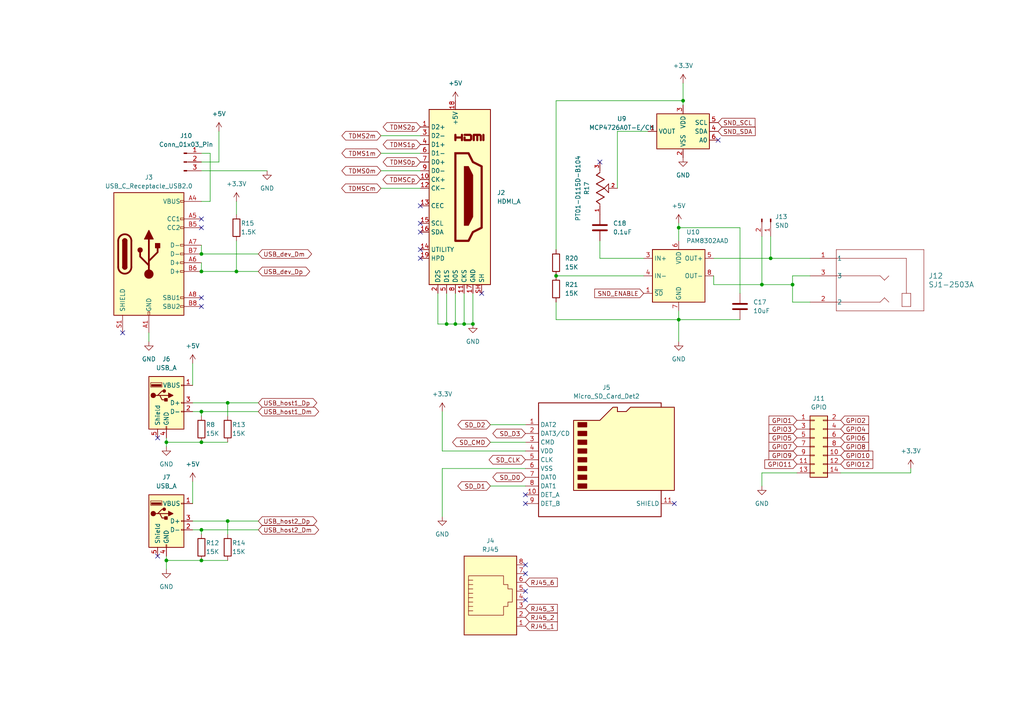
<source format=kicad_sch>
(kicad_sch (version 20230121) (generator eeschema)
  (paper "A4")
  (lib_symbols
    (symbol "Amplifier_Audio:PAM8302AAD"
      (property "Reference" "U" (at 7.62 11.43 0))
      (property "Value" "PAM8302AAD" (at 7.62 8.89 0))
      (symbol "PAM8302AAD_0_1"
        (rectangle (start -7.62 7.62) (end 7.62 -7.62) (stroke (width 0.254)) (fill (type background)))
      )
      (symbol "PAM8302AAD_1_1"
        (pin input line (at -10.16 -5.08 0) (length 2.54) (name "~{SD}") (number "1"))
        (pin no_connect line (at 7.62 -5.08 180) (length 2.54) hide (name "NC") (number "2"))
        (pin input line (at -10.16 5.08 0) (length 2.54) (name "IN+") (number "3"))
        (pin input line (at -10.16 0 0) (length 2.54) (name "IN-") (number "4"))
        (pin output line (at 10.16 5.08 180) (length 2.54) (name "OUT+") (number "5"))
        (pin power_in line (at 0 10.16 270) (length 2.54) (name "VDD") (number "6"))
        (pin power_in line (at 0 -10.16 90) (length 2.54) (name "GND") (number "7"))
        (pin output line (at 10.16 0 180) (length 2.54) (name "OUT-") (number "8"))
      )
    )
    (symbol "Analog_DAC:MCP4725xxx-xCH"
      (property "Reference" "U" (at -6.35 6.35 0))
      (property "Value" "MCP4725xxx-xCH" (at 8.89 6.35 0))
      (symbol "MCP4725xxx-xCH_0_1"
        (rectangle (start -7.62 5.08) (end 7.62 -5.08) (stroke (width 0.254)) (fill (type background)))
      )
      (symbol "MCP4725xxx-xCH_1_1"
        (pin output line (at 10.16 0 180) (length 2.54) (name "VOUT") (number "1"))
        (pin power_in line (at 0 -7.62 90) (length 2.54) (name "VSS") (number "2"))
        (pin power_in line (at 0 7.62 270) (length 2.54) (name "VDD") (number "3"))
        (pin bidirectional line (at -10.16 0 0) (length 2.54) (name "SDA") (number "4"))
        (pin input line (at -10.16 2.54 0) (length 2.54) (name "SCL") (number "5"))
        (pin input line (at -10.16 -2.54 0) (length 2.54) (name "A0") (number "6"))
      )
    )
    (symbol "Connector:Conn_01x02_Pin" (pin_names (offset 1.016) hide)
      (property "Reference" "J" (at 0 2.54 0))
      (property "Value" "Conn_01x02_Pin" (at 0 -5.08 0))
      (symbol "Conn_01x02_Pin_1_1"
        (polyline (pts (xy 1.27 -2.54) (xy 0.8636 -2.54)) (stroke (width 0.1524)))
        (polyline (pts (xy 1.27 0) (xy 0.8636 0)) (stroke (width 0.1524)))
        (rectangle (start 0.8636 -2.413) (end 0 -2.667) (stroke (width 0.1524)) (fill (type outline)))
        (rectangle (start 0.8636 0.127) (end 0 -0.127) (stroke (width 0.1524)) (fill (type outline)))
        (pin passive line (at 5.08 0 180) (length 3.81) (name "Pin_1") (number "1"))
        (pin passive line (at 5.08 -2.54 180) (length 3.81) (name "Pin_2") (number "2"))
      )
    )
    (symbol "Connector:Conn_01x03_Pin" (pin_names (offset 1.016) hide)
      (property "Reference" "J" (at 0 5.08 0))
      (property "Value" "Conn_01x03_Pin" (at 0 -5.08 0))
      (symbol "Conn_01x03_Pin_1_1"
        (polyline (pts (xy 1.27 -2.54) (xy 0.8636 -2.54)) (stroke (width 0.1524)))
        (polyline (pts (xy 1.27 0) (xy 0.8636 0)) (stroke (width 0.1524)))
        (polyline (pts (xy 1.27 2.54) (xy 0.8636 2.54)) (stroke (width 0.1524)))
        (rectangle (start 0.8636 -2.413) (end 0 -2.667) (stroke (width 0.1524)) (fill (type outline)))
        (rectangle (start 0.8636 0.127) (end 0 -0.127) (stroke (width 0.1524)) (fill (type outline)))
        (rectangle (start 0.8636 2.667) (end 0 2.413) (stroke (width 0.1524)) (fill (type outline)))
        (pin passive line (at 5.08 2.54 180) (length 3.81) (name "Pin_1") (number "1"))
        (pin passive line (at 5.08 0 180) (length 3.81) (name "Pin_2") (number "2"))
        (pin passive line (at 5.08 -2.54 180) (length 3.81) (name "Pin_3") (number "3"))
      )
    )
    (symbol "Connector:HDMI_A"
      (property "Reference" "J" (at -6.35 26.67 0))
      (property "Value" "HDMI_A" (at 10.16 26.67 0))
      (symbol "HDMI_A_0_0"
        (polyline (pts (xy 8.128 16.51) (xy 8.128 18.034)) (stroke (width 0.635)))
        (polyline (pts (xy 0 16.51) (xy 0 18.034) (xy 0 17.272) (xy 1.905 17.272) (xy 1.905 18.034) (xy 1.905 16.51)) (stroke (width 0.635)))
        (polyline (pts (xy 2.667 18.034) (xy 4.318 18.034) (xy 4.572 17.78) (xy 4.572 16.764) (xy 4.318 16.51) (xy 2.667 16.51) (xy 2.667 17.272)) (stroke (width 0.635)))
      )
      (symbol "HDMI_A_0_1"
        (rectangle (start -7.62 25.4) (end 10.16 -25.4) (stroke (width 0.254)) (fill (type background)))
        (polyline (pts (xy 2.54 8.89) (xy 3.81 8.89) (xy 5.08 6.35) (xy 5.08 -5.715) (xy 3.81 -8.255) (xy 2.54 -8.255) (xy 2.54 8.89)) (fill (type outline)))
        (polyline (pts (xy 5.334 16.51) (xy 5.334 18.034) (xy 6.35 18.034) (xy 6.35 16.51) (xy 6.35 18.034) (xy 7.112 18.034) (xy 7.366 17.78) (xy 7.366 16.51)) (stroke (width 0.635)))
        (polyline (pts (xy 0 12.7) (xy 0 -12.7) (xy 3.81 -12.7) (xy 5.08 -10.16) (xy 7.62 -8.89) (xy 7.62 8.89) (xy 5.08 10.16) (xy 3.81 12.7) (xy 0 12.7)) (stroke (width 0.635)))
      )
      (symbol "HDMI_A_1_1"
        (pin passive line (at -10.16 20.32 0) (length 2.54) (name "D2+") (number "1"))
        (pin passive line (at -10.16 5.08 0) (length 2.54) (name "CK+") (number "10"))
        (pin power_in line (at 2.54 -27.94 90) (length 2.54) (name "CKS") (number "11"))
        (pin passive line (at -10.16 2.54 0) (length 2.54) (name "CK-") (number "12"))
        (pin bidirectional line (at -10.16 -2.54 0) (length 2.54) (name "CEC") (number "13"))
        (pin passive line (at -10.16 -15.24 0) (length 2.54) (name "UTILITY") (number "14"))
        (pin passive line (at -10.16 -7.62 0) (length 2.54) (name "SCL") (number "15"))
        (pin bidirectional line (at -10.16 -10.16 0) (length 2.54) (name "SDA") (number "16"))
        (pin power_in line (at 5.08 -27.94 90) (length 2.54) (name "GND") (number "17"))
        (pin power_in line (at 0 27.94 270) (length 2.54) (name "+5V") (number "18"))
        (pin passive line (at -10.16 -17.78 0) (length 2.54) (name "HPD") (number "19"))
        (pin power_in line (at -5.08 -27.94 90) (length 2.54) (name "D2S") (number "2"))
        (pin passive line (at -10.16 17.78 0) (length 2.54) (name "D2-") (number "3"))
        (pin passive line (at -10.16 15.24 0) (length 2.54) (name "D1+") (number "4"))
        (pin power_in line (at -2.54 -27.94 90) (length 2.54) (name "D1S") (number "5"))
        (pin passive line (at -10.16 12.7 0) (length 2.54) (name "D1-") (number "6"))
        (pin passive line (at -10.16 10.16 0) (length 2.54) (name "D0+") (number "7"))
        (pin power_in line (at 0 -27.94 90) (length 2.54) (name "D0S") (number "8"))
        (pin passive line (at -10.16 7.62 0) (length 2.54) (name "D0-") (number "9"))
        (pin passive line (at 7.62 -27.94 90) (length 2.54) (name "SH") (number "SH"))
      )
    )
    (symbol "Connector:Micro_SD_Card_Det2"
      (property "Reference" "J" (at -16.51 17.78 0))
      (property "Value" "Micro_SD_Card_Det2" (at 16.51 17.78 0))
      (symbol "Micro_SD_Card_Det2_0_1"
        (rectangle (start -7.62 -6.985) (end -5.08 -8.255) (stroke (width 0.254)) (fill (type outline)))
        (rectangle (start -7.62 -4.445) (end -5.08 -5.715) (stroke (width 0.254)) (fill (type outline)))
        (rectangle (start -7.62 -1.905) (end -5.08 -3.175) (stroke (width 0.254)) (fill (type outline)))
        (rectangle (start -7.62 0.635) (end -5.08 -0.635) (stroke (width 0.254)) (fill (type outline)))
        (rectangle (start -7.62 3.175) (end -5.08 1.905) (stroke (width 0.254)) (fill (type outline)))
        (rectangle (start -7.62 5.715) (end -5.08 4.445) (stroke (width 0.254)) (fill (type outline)))
        (rectangle (start -7.62 8.255) (end -5.08 6.985) (stroke (width 0.254)) (fill (type outline)))
        (rectangle (start -7.62 10.795) (end -5.08 9.525) (stroke (width 0.254)) (fill (type outline)))
        (polyline (pts (xy 16.51 15.24) (xy 16.51 16.51) (xy -19.05 16.51) (xy -19.05 -16.51) (xy 16.51 -16.51) (xy 16.51 -8.89)) (stroke (width 0.254)))
        (polyline (pts (xy -8.89 -8.89) (xy -8.89 11.43) (xy -1.27 11.43) (xy 2.54 15.24) (xy 3.81 15.24) (xy 3.81 13.97) (xy 6.35 13.97) (xy 7.62 15.24) (xy 20.32 15.24) (xy 20.32 -8.89) (xy -8.89 -8.89)) (stroke (width 0.254)) (fill (type background)))
      )
      (symbol "Micro_SD_Card_Det2_1_1"
        (pin bidirectional line (at -22.86 10.16 0) (length 3.81) (name "DAT2") (number "1"))
        (pin passive line (at -22.86 -10.16 0) (length 3.81) (name "DET_A") (number "10"))
        (pin passive line (at 20.32 -12.7 180) (length 3.81) (name "SHIELD") (number "11"))
        (pin bidirectional line (at -22.86 7.62 0) (length 3.81) (name "DAT3/CD") (number "2"))
        (pin input line (at -22.86 5.08 0) (length 3.81) (name "CMD") (number "3"))
        (pin power_in line (at -22.86 2.54 0) (length 3.81) (name "VDD") (number "4"))
        (pin input line (at -22.86 0 0) (length 3.81) (name "CLK") (number "5"))
        (pin power_in line (at -22.86 -2.54 0) (length 3.81) (name "VSS") (number "6"))
        (pin bidirectional line (at -22.86 -5.08 0) (length 3.81) (name "DAT0") (number "7"))
        (pin bidirectional line (at -22.86 -7.62 0) (length 3.81) (name "DAT1") (number "8"))
        (pin passive line (at -22.86 -12.7 0) (length 3.81) (name "DET_B") (number "9"))
      )
    )
    (symbol "Connector:RJ45" (pin_names (offset 1.016))
      (property "Reference" "J" (at -5.08 13.97 0))
      (property "Value" "RJ45" (at 2.54 13.97 0))
      (symbol "RJ45_0_1"
        (polyline (pts (xy -5.08 4.445) (xy -6.35 4.445)))
        (polyline (pts (xy -5.08 5.715) (xy -6.35 5.715)))
        (polyline (pts (xy -6.35 -3.175) (xy -5.08 -3.175) (xy -5.08 -3.175)))
        (polyline (pts (xy -6.35 -1.905) (xy -5.08 -1.905) (xy -5.08 -1.905)))
        (polyline (pts (xy -6.35 -0.635) (xy -5.08 -0.635) (xy -5.08 -0.635)))
        (polyline (pts (xy -6.35 0.635) (xy -5.08 0.635) (xy -5.08 0.635)))
        (polyline (pts (xy -6.35 1.905) (xy -5.08 1.905) (xy -5.08 1.905)))
        (polyline (pts (xy -5.08 3.175) (xy -6.35 3.175) (xy -6.35 3.175)))
        (polyline (pts (xy -6.35 -4.445) (xy -6.35 6.985) (xy 3.81 6.985) (xy 3.81 4.445) (xy 5.08 4.445) (xy 5.08 3.175) (xy 6.35 3.175) (xy 6.35 -0.635) (xy 5.08 -0.635) (xy 5.08 -1.905) (xy 3.81 -1.905) (xy 3.81 -4.445) (xy -6.35 -4.445) (xy -6.35 -4.445)))
        (rectangle (start 7.62 12.7) (end -7.62 -10.16) (stroke (width 0.254)) (fill (type background)))
      )
      (symbol "RJ45_1_1"
        (pin passive line (at 10.16 -7.62 180) (length 2.54) (name "~") (number "1"))
        (pin passive line (at 10.16 -5.08 180) (length 2.54) (name "~") (number "2"))
        (pin passive line (at 10.16 -2.54 180) (length 2.54) (name "~") (number "3"))
        (pin passive line (at 10.16 0 180) (length 2.54) (name "~") (number "4"))
        (pin passive line (at 10.16 2.54 180) (length 2.54) (name "~") (number "5"))
        (pin passive line (at 10.16 5.08 180) (length 2.54) (name "~") (number "6"))
        (pin passive line (at 10.16 7.62 180) (length 2.54) (name "~") (number "7"))
        (pin passive line (at 10.16 10.16 180) (length 2.54) (name "~") (number "8"))
      )
    )
    (symbol "Connector:USB_A" (pin_names (offset 1.016))
      (property "Reference" "J" (at -5.08 11.43 0))
      (property "Value" "USB_A" (at -5.08 8.89 0))
      (symbol "USB_A_0_1"
        (rectangle (start -5.08 -7.62) (end 5.08 7.62) (stroke (width 0.254)) (fill (type background)))
        (circle (center -3.81 2.159) (radius 0.635) (stroke (width 0.254)) (fill (type outline)))
        (rectangle (start -1.524 4.826) (end -4.318 5.334) (fill (type outline)))
        (rectangle (start -1.27 4.572) (end -4.572 5.842))
        (circle (center -0.635 3.429) (radius 0.381) (stroke (width 0.254)) (fill (type outline)))
        (rectangle (start -0.127 -7.62) (end 0.127 -6.858))
        (polyline (pts (xy -3.175 2.159) (xy -2.54 2.159) (xy -1.27 3.429) (xy -0.635 3.429)) (stroke (width 0.254)))
        (polyline (pts (xy -2.54 2.159) (xy -1.905 2.159) (xy -1.27 0.889) (xy 0 0.889)) (stroke (width 0.254)))
        (polyline (pts (xy 0.635 2.794) (xy 0.635 1.524) (xy 1.905 2.159) (xy 0.635 2.794)) (stroke (width 0.254)) (fill (type outline)))
        (rectangle (start 0.254 1.27) (end -0.508 0.508) (stroke (width 0.254)) (fill (type outline)))
        (rectangle (start 5.08 -2.667) (end 4.318 -2.413))
        (rectangle (start 5.08 -0.127) (end 4.318 0.127))
        (rectangle (start 5.08 4.953) (end 4.318 5.207))
      )
      (symbol "USB_A_1_1"
        (polyline (pts (xy -1.905 2.159) (xy 0.635 2.159)) (stroke (width 0.254)))
        (pin power_in line (at 7.62 5.08 180) (length 2.54) (name "VBUS") (number "1"))
        (pin bidirectional line (at 7.62 -2.54 180) (length 2.54) (name "D-") (number "2"))
        (pin bidirectional line (at 7.62 0 180) (length 2.54) (name "D+") (number "3"))
        (pin power_in line (at 0 -10.16 90) (length 2.54) (name "GND") (number "4"))
        (pin passive line (at -2.54 -10.16 90) (length 2.54) (name "Shield") (number "5"))
      )
    )
    (symbol "Connector:USB_C_Receptacle_USB2.0" (pin_names (offset 1.016))
      (property "Reference" "J3" (at 0 22.225 0))
      (property "Value" "USB_C_Receptacle_USB2.0" (at 0 19.685 0))
      (symbol "USB_C_Receptacle_USB2.0_0_0"
        (rectangle (start -0.254 -17.78) (end 0.254 -16.764))
        (rectangle (start 10.16 -14.986) (end 9.144 -15.494))
        (rectangle (start 10.16 -12.446) (end 9.144 -12.954))
        (rectangle (start 10.16 -4.826) (end 9.144 -5.334))
        (rectangle (start 10.16 -2.286) (end 9.144 -2.794))
        (rectangle (start 10.16 0.254) (end 9.144 -0.254))
        (rectangle (start 10.16 2.794) (end 9.144 2.286))
        (rectangle (start 10.16 7.874) (end 9.144 7.366))
        (rectangle (start 10.16 10.414) (end 9.144 9.906))
        (rectangle (start 10.16 15.494) (end 9.144 14.986))
      )
      (symbol "USB_C_Receptacle_USB2.0_0_1"
        (rectangle (start -10.16 17.78) (end 10.16 -17.78) (stroke (width 0.254)) (fill (type background)))
        (arc (start -8.89 -3.81) (mid -6.985 -5.7067) (end -5.08 -3.81) (stroke (width 0.508)))
        (arc (start -7.62 -3.81) (mid -6.985 -4.4423) (end -6.35 -3.81) (stroke (width 0.254)))
        (arc (start -7.62 -3.81) (mid -6.985 -4.4423) (end -6.35 -3.81) (stroke (width 0.254)) (fill (type outline)))
        (rectangle (start -7.62 -3.81) (end -6.35 3.81) (stroke (width 0.254)) (fill (type outline)))
        (arc (start -6.35 3.81) (mid -6.985 4.4423) (end -7.62 3.81) (stroke (width 0.254)))
        (arc (start -6.35 3.81) (mid -6.985 4.4423) (end -7.62 3.81) (stroke (width 0.254)) (fill (type outline)))
        (arc (start -5.08 3.81) (mid -6.985 5.7067) (end -8.89 3.81) (stroke (width 0.508)))
        (circle (center -2.54 1.143) (radius 0.635) (stroke (width 0.254)) (fill (type outline)))
        (circle (center 0 -5.842) (radius 1.27) (fill (type outline)))
        (polyline (pts (xy -8.89 -3.81) (xy -8.89 3.81)) (stroke (width 0.508)))
        (polyline (pts (xy -5.08 3.81) (xy -5.08 -3.81)) (stroke (width 0.508)))
        (polyline (pts (xy 0 -5.842) (xy 0 4.318)) (stroke (width 0.508)))
        (polyline (pts (xy 0 -3.302) (xy -2.54 -0.762) (xy -2.54 0.508)) (stroke (width 0.508)))
        (polyline (pts (xy 0 -2.032) (xy 2.54 0.508) (xy 2.54 1.778)) (stroke (width 0.508)))
        (polyline (pts (xy -1.27 4.318) (xy 0 6.858) (xy 1.27 4.318) (xy -1.27 4.318)) (stroke (width 0.254)) (fill (type outline)))
        (rectangle (start 1.905 1.778) (end 3.175 3.048) (stroke (width 0.254)) (fill (type outline)))
      )
      (symbol "USB_C_Receptacle_USB2.0_1_1"
        (pin passive line (at 0 -22.86 90) (length 5.08) (name "GND") (number "A1"))
        (pin passive line (at 0 -22.86 90) (length 5.08) hide (name "GND") (number "A12"))
        (pin passive line (at 15.24 15.24 180) (length 5.08) (name "VBUS") (number "A4"))
        (pin bidirectional line (at 15.24 10.16 180) (length 5.08) (name "CC1") (number "A5"))
        (pin bidirectional line (at 15.24 -2.54 180) (length 5.08) (name "D+") (number "A6"))
        (pin bidirectional line (at 15.24 2.54 180) (length 5.08) (name "D-") (number "A7"))
        (pin bidirectional line (at 15.24 -12.7 180) (length 5.08) (name "SBU1") (number "A8"))
        (pin passive line (at 15.24 15.24 180) (length 5.08) hide (name "VBUS") (number "A9"))
        (pin passive line (at 0 -22.86 90) (length 5.08) hide (name "GND") (number "B1"))
        (pin passive line (at 0 -22.86 90) (length 5.08) hide (name "GND") (number "B12"))
        (pin passive line (at 15.24 15.24 180) (length 5.08) hide (name "VBUS") (number "B4"))
        (pin bidirectional line (at 15.24 7.62 180) (length 5.08) (name "CC2") (number "B5"))
        (pin bidirectional line (at 15.24 -5.08 180) (length 5.08) (name "D+") (number "B6"))
        (pin bidirectional line (at 15.24 0 180) (length 5.08) (name "D-") (number "B7"))
        (pin bidirectional line (at 15.24 -15.24 180) (length 5.08) (name "SBU2") (number "B8"))
        (pin passive line (at 15.24 15.24 180) (length 5.08) hide (name "VBUS") (number "B9"))
        (pin passive line (at -7.62 -22.86 90) (length 5.08) (name "SHIELD") (number "S1"))
      )
    )
    (symbol "Connector_Generic:Conn_02x07_Odd_Even" (pin_names (offset 1.016) hide)
      (property "Reference" "J" (at 1.27 10.16 0))
      (property "Value" "Conn_02x07_Odd_Even" (at 1.27 -10.16 0))
      (symbol "Conn_02x07_Odd_Even_1_1"
        (rectangle (start -1.27 -7.493) (end 0 -7.747) (stroke (width 0.1524)))
        (rectangle (start -1.27 -4.953) (end 0 -5.207) (stroke (width 0.1524)))
        (rectangle (start -1.27 -2.413) (end 0 -2.667) (stroke (width 0.1524)))
        (rectangle (start -1.27 0.127) (end 0 -0.127) (stroke (width 0.1524)))
        (rectangle (start -1.27 2.667) (end 0 2.413) (stroke (width 0.1524)))
        (rectangle (start -1.27 5.207) (end 0 4.953) (stroke (width 0.1524)))
        (rectangle (start -1.27 7.747) (end 0 7.493) (stroke (width 0.1524)))
        (rectangle (start -1.27 8.89) (end 3.81 -8.89) (stroke (width 0.254)) (fill (type background)))
        (rectangle (start 3.81 -7.493) (end 2.54 -7.747) (stroke (width 0.1524)))
        (rectangle (start 3.81 -4.953) (end 2.54 -5.207) (stroke (width 0.1524)))
        (rectangle (start 3.81 -2.413) (end 2.54 -2.667) (stroke (width 0.1524)))
        (rectangle (start 3.81 0.127) (end 2.54 -0.127) (stroke (width 0.1524)))
        (rectangle (start 3.81 2.667) (end 2.54 2.413) (stroke (width 0.1524)))
        (rectangle (start 3.81 5.207) (end 2.54 4.953) (stroke (width 0.1524)))
        (rectangle (start 3.81 7.747) (end 2.54 7.493) (stroke (width 0.1524)))
        (pin passive line (at -5.08 7.62 0) (length 3.81) (name "Pin_1") (number "1"))
        (pin passive line (at 7.62 -2.54 180) (length 3.81) (name "Pin_10") (number "10"))
        (pin passive line (at -5.08 -5.08 0) (length 3.81) (name "Pin_11") (number "11"))
        (pin passive line (at 7.62 -5.08 180) (length 3.81) (name "Pin_12") (number "12"))
        (pin passive line (at -5.08 -7.62 0) (length 3.81) (name "Pin_13") (number "13"))
        (pin passive line (at 7.62 -7.62 180) (length 3.81) (name "Pin_14") (number "14"))
        (pin passive line (at 7.62 7.62 180) (length 3.81) (name "Pin_2") (number "2"))
        (pin passive line (at -5.08 5.08 0) (length 3.81) (name "Pin_3") (number "3"))
        (pin passive line (at 7.62 5.08 180) (length 3.81) (name "Pin_4") (number "4"))
        (pin passive line (at -5.08 2.54 0) (length 3.81) (name "Pin_5") (number "5"))
        (pin passive line (at 7.62 2.54 180) (length 3.81) (name "Pin_6") (number "6"))
        (pin passive line (at -5.08 0 0) (length 3.81) (name "Pin_7") (number "7"))
        (pin passive line (at 7.62 0 180) (length 3.81) (name "Pin_8") (number "8"))
        (pin passive line (at -5.08 -2.54 0) (length 3.81) (name "Pin_9") (number "9"))
      )
    )
    (symbol "Device:C" (pin_numbers hide) (pin_names (offset 0.254))
      (property "Reference" "C" (at 0.635 2.54 0))
      (property "Value" "C" (at 0.635 -2.54 0))
      (symbol "C_0_1"
        (polyline (pts (xy -2.032 -0.762) (xy 2.032 -0.762)) (stroke (width 0.508)))
        (polyline (pts (xy -2.032 0.762) (xy 2.032 0.762)) (stroke (width 0.508)))
      )
      (symbol "C_1_1"
        (pin passive line (at 0 3.81 270) (length 2.794) (name "~") (number "1"))
        (pin passive line (at 0 -3.81 90) (length 2.794) (name "~") (number "2"))
      )
    )
    (symbol "Device:R" (pin_numbers hide) (pin_names (offset 0))
      (property "Reference" "R" (at 2.032 0 90))
      (property "Value" "R" (at 0 0 90))
      (symbol "R_0_1"
        (rectangle (start -1.016 -2.54) (end 1.016 2.54) (stroke (width 0.254)))
      )
      (symbol "R_1_1"
        (pin passive line (at 0 3.81 270) (length 1.27) (name "~") (number "1"))
        (pin passive line (at 0 -3.81 90) (length 1.27) (name "~") (number "2"))
      )
    )
    (symbol "engeavour:PT01-D115D-B104" (pin_names (offset 1.016))
      (property "Reference" "R17" (at 0 -3.81 0))
      (property "Value" "PT01-D115D-B104" (at 0 -6.35 0))
      (symbol "PT01-D115D-B104_0_0"
        (polyline (pts (xy -4.572 0) (xy -5.08 0)) (stroke (width 0.1524)))
        (polyline (pts (xy -3.81 -1.016) (xy -4.572 0)) (stroke (width 0.254)))
        (polyline (pts (xy -2.54 1.27) (xy -3.81 -1.016)) (stroke (width 0.254)))
        (polyline (pts (xy -1.27 -1.016) (xy -2.54 1.27)) (stroke (width 0.254)))
        (polyline (pts (xy -1.27 2.54) (xy 1.27 2.54)) (stroke (width 0.2032)))
        (polyline (pts (xy 0 1.27) (xy -1.27 -1.016)) (stroke (width 0.254)))
        (polyline (pts (xy 0 1.27) (xy -1.27 2.54)) (stroke (width 0.2032)))
        (polyline (pts (xy 1.27 -1.016) (xy 0 1.27)) (stroke (width 0.254)))
        (polyline (pts (xy 1.27 2.54) (xy 0 1.27)) (stroke (width 0.2032)))
        (polyline (pts (xy 2.54 1.27) (xy 1.27 -1.016)) (stroke (width 0.254)))
        (polyline (pts (xy 3.81 -1.016) (xy 2.54 1.27)) (stroke (width 0.254)))
        (polyline (pts (xy 4.572 0) (xy 3.81 -1.016)) (stroke (width 0.254)))
        (polyline (pts (xy 5.08 0) (xy 4.572 0)) (stroke (width 0.1524)))
        (pin passive line (at -7.62 0 0) (length 2.54) (name "~") (number "1"))
        (pin passive line (at 0 5.08 270) (length 2.54) (name "~") (number "2"))
        (pin passive line (at 7.62 0 180) (length 2.54) (name "~") (number "3"))
      )
    )
    (symbol "engeavour:SJ-2523-SMT-TR" (pin_names (offset 0.254))
      (property "Reference" "J" (at 20.32 7.62 0))
      (property "Value" "SJ-2523-SMT-TR" (at 20.32 5.08 0))
      (symbol "SJ-2523-SMT-TR_0_1"
        (polyline (pts (xy 7.62 -15.24) (xy 33.02 -15.24)) (stroke (width 0.127)))
        (polyline (pts (xy 7.62 -12.7) (xy 20.32 -12.7)) (stroke (width 0.127)))
        (polyline (pts (xy 7.62 -5.08) (xy 20.32 -5.08)) (stroke (width 0.127)))
        (polyline (pts (xy 7.62 0) (xy 27.94 0)) (stroke (width 0.127)))
        (polyline (pts (xy 7.62 2.54) (xy 7.62 -15.24)) (stroke (width 0.127)))
        (polyline (pts (xy 20.32 -12.7) (xy 21.59 -11.43)) (stroke (width 0.127)))
        (polyline (pts (xy 20.32 -5.08) (xy 21.59 -6.35)) (stroke (width 0.127)))
        (polyline (pts (xy 21.59 -11.43) (xy 22.86 -12.7)) (stroke (width 0.127)))
        (polyline (pts (xy 21.59 -6.35) (xy 22.86 -5.08)) (stroke (width 0.127)))
        (polyline (pts (xy 26.67 -10.16) (xy 26.67 -13.97)) (stroke (width 0.127)))
        (polyline (pts (xy 27.94 0) (xy 27.94 -10.16)) (stroke (width 0.127)))
        (polyline (pts (xy 29.21 -13.97) (xy 26.67 -13.97)) (stroke (width 0.127)))
        (polyline (pts (xy 29.21 -10.16) (xy 26.67 -10.16)) (stroke (width 0.127)))
        (polyline (pts (xy 29.21 -10.16) (xy 29.21 -13.97)) (stroke (width 0.127)))
        (polyline (pts (xy 33.02 -15.24) (xy 33.02 2.54)) (stroke (width 0.127)))
        (polyline (pts (xy 33.02 2.54) (xy 7.62 2.54)) (stroke (width 0.127)))
        (pin unspecified line (at 0 0 0) (length 7.62) (name "1") (number "1"))
        (pin unspecified line (at 0 -12.7 0) (length 7.62) (name "2") (number "2"))
        (pin unspecified line (at 0 -5.08 0) (length 7.62) (name "3") (number "3"))
      )
    )
    (symbol "power:+3.3V" (power) (pin_names (offset 0))
      (property "Value" "+3.3V" (at 0 3.556 0))
      (symbol "+3.3V_0_1"
        (polyline (pts (xy -0.762 1.27) (xy 0 2.54)))
        (polyline (pts (xy 0 0) (xy 0 2.54)))
        (polyline (pts (xy 0 2.54) (xy 0.762 1.27)))
      )
      (symbol "+3.3V_1_1"
        (pin power_in line (at 0 0 90) (length 0) hide (name "+3.3V") (number "1"))
      )
    )
    (symbol "power:+5V" (power) (pin_names (offset 0))
      (property "Value" "+5V" (at 0 3.556 0))
      (symbol "+5V_0_1"
        (polyline (pts (xy -0.762 1.27) (xy 0 2.54)))
        (polyline (pts (xy 0 0) (xy 0 2.54)))
        (polyline (pts (xy 0 2.54) (xy 0.762 1.27)))
      )
      (symbol "+5V_1_1"
        (pin power_in line (at 0 0 90) (length 0) hide (name "+5V") (number "1"))
      )
    )
    (symbol "power:GND" (power) (pin_names (offset 0))
      (property "Value" "GND" (at 0 -3.81 0))
      (symbol "GND_0_1"
        (polyline (pts (xy 0 0) (xy 0 -1.27) (xy 1.27 -1.27) (xy 0 -2.54) (xy -1.27 -1.27) (xy 0 -1.27)))
      )
      (symbol "GND_1_1"
        (pin power_in line (at 0 0 270) (length 0) hide (name "GND") (number "1"))
      )
    )
  )
  (junction (at 58.42 153.67))
  (junction (at 196.85 66.04))
  (junction (at 198.12 29.21))
  (junction (at 220.98 82.55))
  (junction (at 58.42 162.56))
  (junction (at 58.42 73.66))
  (junction (at 58.42 119.38))
  (junction (at 66.04 116.84))
  (junction (at 132.08 93.98))
  (junction (at 48.26 128.27))
  (junction (at 161.29 80.01))
  (junction (at 129.54 93.98))
  (junction (at 196.85 92.71))
  (junction (at 68.58 78.74))
  (junction (at 229.87 82.55))
  (junction (at 134.62 93.98))
  (junction (at 223.52 74.93))
  (junction (at 66.04 151.13))
  (junction (at 58.42 78.74))
  (junction (at 58.42 128.27))
  (junction (at 137.16 93.98))
  (junction (at 48.26 162.56))
  (no_connect (at 152.4 163.83))
  (no_connect (at 121.92 64.77))
  (no_connect (at 152.4 143.51))
  (no_connect (at 152.4 171.45))
  (no_connect (at 121.92 72.39))
  (no_connect (at 45.72 127))
  (no_connect (at 152.4 173.99))
  (no_connect (at 121.92 67.31))
  (no_connect (at 195.58 146.05))
  (no_connect (at 139.7 85.09))
  (no_connect (at 58.42 66.04))
  (no_connect (at 35.56 96.52))
  (no_connect (at 121.92 74.93))
  (no_connect (at 152.4 166.37))
  (no_connect (at 121.92 59.69))
  (no_connect (at 45.72 161.29))
  (no_connect (at 58.42 86.36))
  (no_connect (at 58.42 63.5))
  (no_connect (at 58.42 88.9))
  (no_connect (at 173.99 46.99))
  (no_connect (at 208.28 40.64))
  (no_connect (at 152.4 146.05))
  (wire (pts (xy 43.18 96.52) (xy 43.18 99.06)))
  (wire (pts (xy 137.16 85.09) (xy 137.16 93.98)))
  (wire (pts (xy 234.95 80.01) (xy 229.87 80.01)))
  (wire (pts (xy 66.04 116.84) (xy 74.93 116.84)))
  (wire (pts (xy 207.01 80.01) (xy 207.01 82.55)))
  (wire (pts (xy 128.27 135.89) (xy 152.4 135.89)))
  (wire (pts (xy 214.63 66.04) (xy 196.85 66.04)))
  (wire (pts (xy 127 85.09) (xy 127 93.98)))
  (wire (pts (xy 229.87 82.55) (xy 220.98 82.55)))
  (wire (pts (xy 214.63 85.09) (xy 214.63 66.04)))
  (wire (pts (xy 220.98 137.16) (xy 231.14 137.16)))
  (wire (pts (xy 68.58 78.74) (xy 74.93 78.74)))
  (wire (pts (xy 48.26 128.27) (xy 58.42 128.27)))
  (wire (pts (xy 229.87 87.63) (xy 229.87 82.55)))
  (wire (pts (xy 110.49 44.45) (xy 121.92 44.45)))
  (wire (pts (xy 58.42 73.66) (xy 74.93 73.66)))
  (wire (pts (xy 110.49 49.53) (xy 121.92 49.53)))
  (wire (pts (xy 234.95 87.63) (xy 229.87 87.63)))
  (wire (pts (xy 110.49 39.37) (xy 121.92 39.37)))
  (wire (pts (xy 55.88 105.41) (xy 55.88 111.76)))
  (wire (pts (xy 129.54 85.09) (xy 129.54 93.98)))
  (wire (pts (xy 58.42 153.67) (xy 74.93 153.67)))
  (wire (pts (xy 198.12 29.21) (xy 198.12 30.48)))
  (wire (pts (xy 161.29 72.39) (xy 161.29 29.21)))
  (wire (pts (xy 196.85 90.17) (xy 196.85 92.71)))
  (wire (pts (xy 58.42 76.2) (xy 58.42 78.74)))
  (wire (pts (xy 142.24 123.19) (xy 152.4 123.19)))
  (wire (pts (xy 58.42 119.38) (xy 55.88 119.38)))
  (wire (pts (xy 229.87 80.01) (xy 229.87 82.55)))
  (wire (pts (xy 68.58 69.85) (xy 68.58 78.74)))
  (wire (pts (xy 58.42 44.45) (xy 60.96 44.45)))
  (wire (pts (xy 48.26 161.29) (xy 48.26 162.56)))
  (wire (pts (xy 68.58 58.42) (xy 68.58 62.23)))
  (wire (pts (xy 58.42 119.38) (xy 74.93 119.38)))
  (wire (pts (xy 207.01 82.55) (xy 220.98 82.55)))
  (wire (pts (xy 161.29 29.21) (xy 198.12 29.21)))
  (wire (pts (xy 134.62 85.09) (xy 134.62 93.98)))
  (wire (pts (xy 196.85 92.71) (xy 196.85 99.06)))
  (wire (pts (xy 179.07 38.1) (xy 179.07 54.61)))
  (wire (pts (xy 196.85 64.77) (xy 196.85 66.04)))
  (wire (pts (xy 132.08 85.09) (xy 132.08 93.98)))
  (wire (pts (xy 48.26 162.56) (xy 58.42 162.56)))
  (wire (pts (xy 66.04 116.84) (xy 55.88 116.84)))
  (wire (pts (xy 264.16 135.89) (xy 264.16 137.16)))
  (wire (pts (xy 161.29 87.63) (xy 161.29 92.71)))
  (wire (pts (xy 187.96 38.1) (xy 179.07 38.1)))
  (wire (pts (xy 134.62 93.98) (xy 137.16 93.98)))
  (wire (pts (xy 214.63 92.71) (xy 196.85 92.71)))
  (wire (pts (xy 128.27 119.38) (xy 128.27 130.81)))
  (wire (pts (xy 110.49 54.61) (xy 121.92 54.61)))
  (wire (pts (xy 48.26 162.56) (xy 48.26 165.1)))
  (wire (pts (xy 58.42 58.42) (xy 60.96 58.42)))
  (wire (pts (xy 66.04 154.94) (xy 66.04 151.13)))
  (wire (pts (xy 207.01 74.93) (xy 223.52 74.93)))
  (wire (pts (xy 58.42 120.65) (xy 58.42 119.38)))
  (wire (pts (xy 66.04 151.13) (xy 55.88 151.13)))
  (wire (pts (xy 60.96 44.45) (xy 60.96 58.42)))
  (wire (pts (xy 173.99 74.93) (xy 186.69 74.93)))
  (wire (pts (xy 173.99 69.85) (xy 173.99 74.93)))
  (wire (pts (xy 128.27 149.86) (xy 128.27 135.89)))
  (wire (pts (xy 63.5 46.99) (xy 63.5 38.1)))
  (wire (pts (xy 161.29 92.71) (xy 196.85 92.71)))
  (wire (pts (xy 161.29 80.01) (xy 186.69 80.01)))
  (wire (pts (xy 198.12 24.13) (xy 198.12 29.21)))
  (wire (pts (xy 220.98 68.58) (xy 220.98 82.55)))
  (wire (pts (xy 142.24 128.27) (xy 152.4 128.27)))
  (wire (pts (xy 58.42 46.99) (xy 63.5 46.99)))
  (wire (pts (xy 58.42 128.27) (xy 66.04 128.27)))
  (wire (pts (xy 127 93.98) (xy 129.54 93.98)))
  (wire (pts (xy 58.42 49.53) (xy 77.47 49.53)))
  (wire (pts (xy 223.52 74.93) (xy 234.95 74.93)))
  (wire (pts (xy 220.98 140.97) (xy 220.98 137.16)))
  (wire (pts (xy 128.27 130.81) (xy 152.4 130.81)))
  (wire (pts (xy 48.26 128.27) (xy 48.26 129.54)))
  (wire (pts (xy 129.54 93.98) (xy 132.08 93.98)))
  (wire (pts (xy 58.42 162.56) (xy 66.04 162.56)))
  (wire (pts (xy 66.04 120.65) (xy 66.04 116.84)))
  (wire (pts (xy 132.08 93.98) (xy 134.62 93.98)))
  (wire (pts (xy 58.42 154.94) (xy 58.42 153.67)))
  (wire (pts (xy 58.42 153.67) (xy 55.88 153.67)))
  (wire (pts (xy 223.52 68.58) (xy 223.52 74.93)))
  (wire (pts (xy 142.24 140.97) (xy 152.4 140.97)))
  (wire (pts (xy 58.42 78.74) (xy 68.58 78.74)))
  (wire (pts (xy 58.42 71.12) (xy 58.42 73.66)))
  (wire (pts (xy 264.16 137.16) (xy 243.84 137.16)))
  (wire (pts (xy 55.88 139.7) (xy 55.88 146.05)))
  (wire (pts (xy 66.04 151.13) (xy 74.93 151.13)))
  (wire (pts (xy 48.26 127) (xy 48.26 128.27)))
  (wire (pts (xy 196.85 66.04) (xy 196.85 69.85)))
  (global_label "USB_host2_Dm" (shape bidirectional) (at 74.93 153.67 0) (property "Intersheetrefs" "${INTERSHEET_REFS}" (effects hide)))
  (global_label "SD_CMD" (shape bidirectional) (at 142.24 128.27 180) (property "Intersheetrefs" "${INTERSHEET_REFS}" (effects hide)))
  (global_label "SND_SCL" (shape input) (at 208.28 35.56 0) (property "Intersheetrefs" "${INTERSHEET_REFS}" (effects hide)))
  (global_label "TDMS0m" (shape bidirectional) (at 110.49 49.53 180) (property "Intersheetrefs" "${INTERSHEET_REFS}" (effects hide)))
  (global_label "SND_ENABLE" (shape input) (at 186.69 85.09 180) (property "Intersheetrefs" "${INTERSHEET_REFS}" (effects hide)))
  (global_label "GPIO4" (shape input) (at 243.84 124.46 0) (property "Intersheetrefs" "${INTERSHEET_REFS}" (effects hide)))
  (global_label "USB_host2_Dp" (shape bidirectional) (at 74.93 151.13 0) (property "Intersheetrefs" "${INTERSHEET_REFS}" (effects hide)))
  (global_label "GPIO6" (shape input) (at 243.84 127 0) (property "Intersheetrefs" "${INTERSHEET_REFS}" (effects hide)))
  (global_label "TDMS2p" (shape bidirectional) (at 121.92 36.83 180) (property "Intersheetrefs" "${INTERSHEET_REFS}" (effects hide)))
  (global_label "GPIO1" (shape input) (at 231.14 121.92 180) (property "Intersheetrefs" "${INTERSHEET_REFS}" (effects hide)))
  (global_label "TDMS1p" (shape bidirectional) (at 121.92 41.91 180) (property "Intersheetrefs" "${INTERSHEET_REFS}" (effects hide)))
  (global_label "SD_CLK" (shape bidirectional) (at 152.4 133.35 180) (property "Intersheetrefs" "${INTERSHEET_REFS}" (effects hide)))
  (global_label "RJ45_1" (shape input) (at 152.4 181.61 0) (property "Intersheetrefs" "${INTERSHEET_REFS}" (effects hide)))
  (global_label "GPIO12" (shape input) (at 243.84 134.62 0) (property "Intersheetrefs" "${INTERSHEET_REFS}" (effects hide)))
  (global_label "RJ45_6" (shape input) (at 152.4 168.91 0) (property "Intersheetrefs" "${INTERSHEET_REFS}" (effects hide)))
  (global_label "TDMSCp" (shape bidirectional) (at 121.92 52.07 180) (property "Intersheetrefs" "${INTERSHEET_REFS}" (effects hide)))
  (global_label "GPIO11" (shape input) (at 231.14 134.62 180) (property "Intersheetrefs" "${INTERSHEET_REFS}" (effects hide)))
  (global_label "RJ45_2" (shape input) (at 152.4 179.07 0) (property "Intersheetrefs" "${INTERSHEET_REFS}" (effects hide)))
  (global_label "TDMSCm" (shape bidirectional) (at 110.49 54.61 180) (property "Intersheetrefs" "${INTERSHEET_REFS}" (effects hide)))
  (global_label "SD_D1" (shape bidirectional) (at 142.24 140.97 180) (property "Intersheetrefs" "${INTERSHEET_REFS}" (effects hide)))
  (global_label "TDMS2m" (shape bidirectional) (at 110.49 39.37 180) (property "Intersheetrefs" "${INTERSHEET_REFS}" (effects hide)))
  (global_label "TDMS0p" (shape bidirectional) (at 121.92 46.99 180) (property "Intersheetrefs" "${INTERSHEET_REFS}" (effects hide)))
  (global_label "GPIO5" (shape input) (at 231.14 127 180) (property "Intersheetrefs" "${INTERSHEET_REFS}" (effects hide)))
  (global_label "SD_D0" (shape bidirectional) (at 152.4 138.43 180) (property "Intersheetrefs" "${INTERSHEET_REFS}" (effects hide)))
  (global_label "SD_D3" (shape bidirectional) (at 152.4 125.73 180) (property "Intersheetrefs" "${INTERSHEET_REFS}" (effects hide)))
  (global_label "GPIO3" (shape input) (at 231.14 124.46 180) (property "Intersheetrefs" "${INTERSHEET_REFS}" (effects hide)))
  (global_label "GPIO8" (shape input) (at 243.84 129.54 0) (property "Intersheetrefs" "${INTERSHEET_REFS}" (effects hide)))
  (global_label "TDMS1m" (shape bidirectional) (at 110.49 44.45 180) (property "Intersheetrefs" "${INTERSHEET_REFS}" (effects hide)))
  (global_label "USB_dev_Dp" (shape bidirectional) (at 74.93 78.74 0) (property "Intersheetrefs" "${INTERSHEET_REFS}" (effects hide)))
  (global_label "USB_dev_Dm" (shape bidirectional) (at 74.93 73.66 0) (property "Intersheetrefs" "${INTERSHEET_REFS}" (effects hide)))
  (global_label "SND_SDA" (shape input) (at 208.28 38.1 0) (property "Intersheetrefs" "${INTERSHEET_REFS}" (effects hide)))
  (global_label "SD_D2" (shape bidirectional) (at 142.24 123.19 180) (property "Intersheetrefs" "${INTERSHEET_REFS}" (effects hide)))
  (global_label "USB_host1_Dp" (shape bidirectional) (at 74.93 116.84 0) (property "Intersheetrefs" "${INTERSHEET_REFS}" (effects hide)))
  (global_label "RJ45_3" (shape input) (at 152.4 176.53 0) (property "Intersheetrefs" "${INTERSHEET_REFS}" (effects hide)))
  (global_label "GPIO2" (shape input) (at 243.84 121.92 0) (property "Intersheetrefs" "${INTERSHEET_REFS}" (effects hide)))
  (global_label "USB_host1_Dm" (shape bidirectional) (at 74.93 119.38 0) (property "Intersheetrefs" "${INTERSHEET_REFS}" (effects hide)))
  (global_label "GPIO9" (shape input) (at 231.14 132.08 180) (property "Intersheetrefs" "${INTERSHEET_REFS}" (effects hide)))
  (global_label "GPIO7" (shape input) (at 231.14 129.54 180) (property "Intersheetrefs" "${INTERSHEET_REFS}" (effects hide)))
  (global_label "GPIO10" (shape input) (at 243.84 132.08 0) (property "Intersheetrefs" "${INTERSHEET_REFS}" (effects hide)))
  (symbol (lib_id "power:GND") (at 128.27 149.86 0) (unit 1)
    (property "Reference" "#PWR037" (effects hide))
    (property "Value" "GND" (at 128.27 154.94 0))
  )
  (symbol (lib_id "Device:R") (at 66.04 158.75 0) (unit 1)
    (property "Reference" "R14" (at 67.31 157.48 0) (effects (justify left)))
    (property "Value" "15K" (at 67.31 160.02 0) (effects (justify left)))
    (property "Footprint" "Resistor_SMD:R_0603_1608Metric" (effects hide))
  )
  (symbol (lib_id "power:+5V") (at 63.5 38.1 0) (unit 1)
    (property "Reference" "#PWR032" (effects hide))
    (property "Value" "+5V" (at 63.5 33.02 0))
  )
  (symbol (lib_id "engeavour:PT01-D115D-B104") (at 173.99 54.61 270) (mirror x) (unit 1)
    (property "Reference" "R17" (at 170.18 54.61 0))
    (property "Value" "PT01-D115D-B104" (at 167.64 54.61 0))
    (property "Footprint" "engeavour:TRIM_PT01-D115D-B104" (effects hide))
    (property "PARTREV" "1.0" (effects hide))
    (property "MANUFACTURER" "CUI Devices" (effects hide))
    (property "MAXIMUM_PACKAGE_HEIGHT" "26.8 mm" (effects hide))
    (property "STANDARD" "Manufacturer Recommendations" (effects hide))
  )
  (symbol (lib_id "Connector:Micro_SD_Card_Det2") (at 175.26 133.35 0) (unit 1)
    (property "Reference" "J5" (at 175.895 112.395 0))
    (property "Value" "Micro_SD_Card_Det2" (at 175.895 114.935 0))
    (property "Footprint" "Connector_Card:microSD_HC_Molex_104031-0811" (effects hide))
    (property "Datasheet" "https://www.hirose.com/en/product/document?clcode=&productname=&series=DM3&documenttype=Catalog&lang=en&documentid=D49662_en" (effects hide))
  )
  (symbol (lib_id "Connector:Conn_01x02_Pin") (at 223.52 63.5 270) (unit 1)
    (property "Reference" "J13" (at 224.79 62.865 90) (effects (justify left)))
    (property "Value" "SND" (at 224.79 65.405 90) (effects (justify left)))
    (property "Footprint" "Connector_PinHeader_2.54mm:PinHeader_1x02_P2.54mm_Vertical" (effects hide))
  )
  (symbol (lib_id "power:+5V") (at 132.08 29.21 0) (unit 1)
    (property "Reference" "#PWR035" (effects hide))
    (property "Value" "+5V" (at 132.08 24.13 0))
  )
  (symbol (lib_id "power:GND") (at 48.26 129.54 0) (unit 1)
    (property "Reference" "#PWR028" (effects hide))
    (property "Value" "GND" (at 48.26 134.62 0))
  )
  (symbol (lib_id "Connector:HDMI_A") (at 132.08 57.15 0) (unit 1)
    (property "Reference" "J2" (at 144.145 55.88 0) (effects (justify left)))
    (property "Value" "HDMI_A" (at 144.145 58.42 0) (effects (justify left)))
    (property "Footprint" "Connector_HDMI:HDMI_A_Amphenol_10029449-x01xLF_Horizontal" (effects hide))
    (property "Datasheet" "https://en.wikipedia.org/wiki/HDMI" (effects hide))
  )
  (symbol (lib_id "power:+3.3V") (at 264.16 135.89 0) (unit 1)
    (property "Reference" "#PWR056" (effects hide))
    (property "Value" "+3.3V" (at 264.16 130.81 0))
  )
  (symbol (lib_id "Connector:Conn_01x03_Pin") (at 53.34 46.99 0) (unit 1)
    (property "Reference" "J10" (at 53.975 39.37 0))
    (property "Value" "Conn_01x03_Pin" (at 53.975 41.91 0))
    (property "Footprint" "Connector_PinHeader_2.54mm:PinHeader_1x03_P2.54mm_Vertical" (effects hide))
  )
  (symbol (lib_id "power:+5V") (at 55.88 139.7 0) (unit 1)
    (property "Reference" "#PWR031" (effects hide))
    (property "Value" "+5V" (at 55.88 134.62 0))
  )
  (symbol (lib_id "Device:R") (at 161.29 76.2 0) (unit 1)
    (property "Reference" "R20" (at 163.83 74.93 0) (effects (justify left)))
    (property "Value" "15K" (at 163.83 77.47 0) (effects (justify left)))
    (property "Footprint" "Resistor_SMD:R_0603_1608Metric" (effects hide))
  )
  (symbol (lib_id "Device:R") (at 58.42 158.75 0) (unit 1)
    (property "Reference" "R12" (at 59.69 157.48 0) (effects (justify left)))
    (property "Value" "15K" (at 59.69 160.02 0) (effects (justify left)))
    (property "Footprint" "Resistor_SMD:R_0603_1608Metric" (effects hide))
  )
  (symbol (lib_id "power:+5V") (at 55.88 105.41 0) (unit 1)
    (property "Reference" "#PWR030" (effects hide))
    (property "Value" "+5V" (at 55.88 100.33 0))
  )
  (symbol (lib_id "power:GND") (at 137.16 93.98 0) (unit 1)
    (property "Reference" "#PWR034" (effects hide))
    (property "Value" "GND" (at 137.16 99.06 0))
  )
  (symbol (lib_id "power:GND") (at 77.47 49.53 0) (unit 1)
    (property "Reference" "#PWR043" (effects hide))
    (property "Value" "GND" (at 77.47 54.61 0))
  )
  (symbol (lib_id "power:GND") (at 198.12 45.72 0) (unit 1)
    (property "Reference" "#PWR053" (effects hide))
    (property "Value" "GND" (at 198.12 50.8 0))
  )
  (symbol (lib_id "Connector_Generic:Conn_02x07_Odd_Even") (at 236.22 129.54 0) (unit 1)
    (property "Reference" "J11" (at 237.49 115.57 0))
    (property "Value" "GPIO" (at 237.49 118.11 0))
    (property "Footprint" "Connector_PinHeader_2.54mm:PinHeader_2x07_P2.54mm_Vertical" (effects hide))
  )
  (symbol (lib_id "power:GND") (at 48.26 165.1 0) (unit 1)
    (property "Reference" "#PWR029" (effects hide))
    (property "Value" "GND" (at 48.26 170.18 0))
  )
  (symbol (lib_id "Device:C") (at 214.63 88.9 0) (unit 1)
    (property "Reference" "C17" (at 218.44 87.63 0) (effects (justify left)))
    (property "Value" "10uF" (at 218.44 90.17 0) (effects (justify left)))
    (property "Footprint" "Capacitor_SMD:C_0603_1608Metric" (effects hide))
  )
  (symbol (lib_id "Connector:RJ45") (at 142.24 173.99 0) (unit 1)
    (property "Reference" "J4" (at 142.24 156.845 0))
    (property "Value" "RJ45" (at 142.24 159.385 0))
    (property "Footprint" "Connector_RJ:RJ45_Amphenol_54602-x08_Horizontal" (effects hide))
  )
  (symbol (lib_id "Connector:USB_A") (at 48.26 116.84 0) (unit 1)
    (property "Reference" "J6" (at 48.26 104.14 0))
    (property "Value" "USB_A" (at 48.26 106.68 0))
    (property "Footprint" "Connector_USB:USB_A_Receptacle_GCT_USB1046" (effects hide))
    (property "Datasheet" " ~" (effects hide))
  )
  (symbol (lib_id "Device:R") (at 66.04 124.46 0) (unit 1)
    (property "Reference" "R13" (at 67.31 123.19 0) (effects (justify left)))
    (property "Value" "15K" (at 67.31 125.73 0) (effects (justify left)))
    (property "Footprint" "Resistor_SMD:R_0603_1608Metric" (effects hide))
  )
  (symbol (lib_id "power:GND") (at 220.98 140.97 0) (unit 1)
    (property "Reference" "#PWR055" (effects hide))
    (property "Value" "GND" (at 220.98 146.05 0))
  )
  (symbol (lib_id "power:+5V") (at 196.85 64.77 0) (unit 1)
    (property "Reference" "#PWR052" (effects hide))
    (property "Value" "+5V" (at 196.85 59.69 0))
  )
  (symbol (lib_id "power:GND") (at 43.18 99.06 0) (unit 1)
    (property "Reference" "#PWR027" (effects hide))
    (property "Value" "GND" (at 43.18 104.14 0))
  )
  (symbol (lib_id "Amplifier_Audio:PAM8302AAD") (at 196.85 80.01 0) (unit 1)
    (property "Reference" "U10" (at 199.0441 67.31 0) (effects (justify left)))
    (property "Value" "PAM8302AAD" (at 199.0441 69.85 0) (effects (justify left)))
    (property "Footprint" "Package_SO:SOIC-8_3.9x4.9mm_P1.27mm" (effects hide))
    (property "Datasheet" "https://www.diodes.com/assets/Datasheets/PAM8302A.pdf" (effects hide))
  )
  (symbol (lib_id "Connector:USB_A") (at 48.26 151.13 0) (unit 1)
    (property "Reference" "J7" (at 48.26 138.43 0))
    (property "Value" "USB_A" (at 48.26 140.97 0))
    (property "Footprint" "Connector_USB:USB_A_Receptacle_GCT_USB1046" (effects hide))
    (property "Datasheet" " ~" (effects hide))
  )
  (symbol (lib_id "power:GND") (at 196.85 99.06 0) (unit 1)
    (property "Reference" "#PWR054" (effects hide))
    (property "Value" "GND" (at 196.85 104.14 0))
  )
  (symbol (lib_id "Device:R") (at 58.42 124.46 0) (unit 1)
    (property "Reference" "R8" (at 59.69 123.19 0) (effects (justify left)))
    (property "Value" "15K" (at 59.69 125.73 0) (effects (justify left)))
    (property "Footprint" "Resistor_SMD:R_0603_1608Metric" (effects hide))
  )
  (symbol (lib_id "Device:R") (at 161.29 83.82 0) (unit 1)
    (property "Reference" "R21" (at 163.83 82.55 0) (effects (justify left)))
    (property "Value" "15K" (at 163.83 85.09 0) (effects (justify left)))
    (property "Footprint" "Resistor_SMD:R_0603_1608Metric" (effects hide))
  )
  (symbol (lib_id "power:+3.3V") (at 68.58 58.42 0) (unit 1)
    (property "Reference" "#PWR033" (effects hide))
    (property "Value" "+3.3V" (at 68.58 53.34 0))
  )
  (symbol (lib_id "Analog_DAC:MCP4725xxx-xCH") (at 198.12 38.1 0) (mirror y) (unit 1)
    (property "Reference" "U9" (at 180.34 34.4521 0))
    (property "Value" "MCP4726A0T-E/CH" (at 180.34 36.9921 0))
    (property "Footprint" "Package_TO_SOT_SMD:SOT-23-6" (effects hide))
    (property "Datasheet" "https://ww1.microchip.com/downloads/en/DeviceDoc/22272C.pdf" (effects hide))
  )
  (symbol (lib_id "power:+3.3V") (at 198.12 24.13 0) (unit 1)
    (property "Reference" "#PWR051" (effects hide))
    (property "Value" "+3.3V" (at 198.12 19.05 0))
  )
  (symbol (lib_id "power:+3.3V") (at 128.27 119.38 0) (unit 1)
    (property "Reference" "#PWR036" (effects hide))
    (property "Value" "+3.3V" (at 128.27 114.3 0))
  )
  (symbol (lib_id "Connector:USB_C_Receptacle_USB2.0") (at 43.18 73.66 0) (unit 1)
    (property "Reference" "J3" (at 43.18 51.435 0))
    (property "Value" "USB_C_Receptacle_USB2.0" (at 43.18 53.975 0))
    (property "Footprint" "engeavour:USB_C_Receptacle_GCT_USB4105-xx-A_16P_TopMnt_Horizontal" (effects hide))
    (property "Datasheet" "https://www.usb.org/sites/default/files/documents/usb_type-c.zip" (effects hide))
  )
  (symbol (lib_id "engeavour:SJ-2523-SMT-TR") (at 234.95 74.93 0) (unit 1)
    (property "Reference" "J12" (at 269.24 80.01 0) (effects (font (size 1.524 1.524)) (justify left)))
    (property "Value" "SJ1-2503A" (at 269.24 82.55 0) (effects (font (size 1.524 1.524)) (justify left)))
    (property "Footprint" "CONN_SJ-2523-SMT-TR_CUD" (effects hide))
    (property "Datasheet" "SJ-2523-SMT-TR" (effects hide))
  )
  (symbol (lib_id "Device:C") (at 173.99 66.04 0) (unit 1)
    (property "Reference" "C18" (at 177.8 64.77 0) (effects (justify left)))
    (property "Value" "0.1uF" (at 177.8 67.31 0) (effects (justify left)))
    (property "Footprint" "Capacitor_SMD:C_0603_1608Metric" (effects hide))
  )
  (symbol (lib_id "Device:R") (at 68.58 66.04 0) (unit 1)
    (property "Reference" "R15" (at 69.85 64.77 0) (effects (justify left)))
    (property "Value" "1.5K" (at 69.85 67.31 0) (effects (justify left)))
    (property "Footprint" "Resistor_SMD:R_0603_1608Metric" (effects hide))
  )
)
</source>
